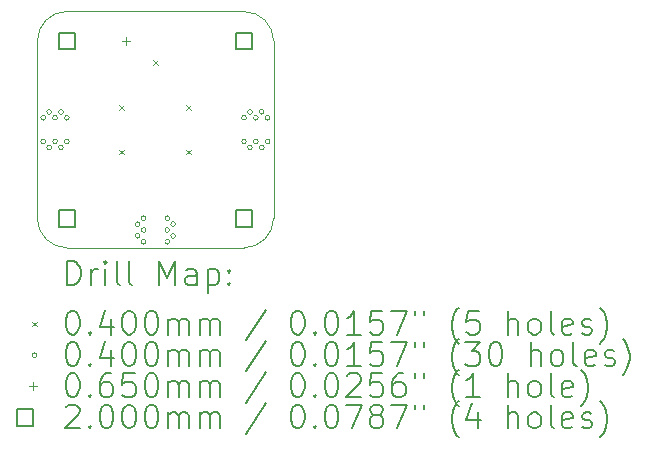
<source format=gbr>
%TF.GenerationSoftware,KiCad,Pcbnew,6.0.9+dfsg-1~bpo11+1*%
%TF.CreationDate,2022-11-07T08:13:34+01:00*%
%TF.ProjectId,012-prototype-board,3031322d-7072-46f7-946f-747970652d62,1*%
%TF.SameCoordinates,Original*%
%TF.FileFunction,Drillmap*%
%TF.FilePolarity,Positive*%
%FSLAX45Y45*%
G04 Gerber Fmt 4.5, Leading zero omitted, Abs format (unit mm)*
G04 Created by KiCad (PCBNEW 6.0.9+dfsg-1~bpo11+1) date 2022-11-07 08:13:34*
%MOMM*%
%LPD*%
G01*
G04 APERTURE LIST*
%ADD10C,0.100000*%
%ADD11C,0.200000*%
%ADD12C,0.040000*%
%ADD13C,0.065000*%
G04 APERTURE END LIST*
D10*
X15250000Y-7500000D02*
G75*
G03*
X15000000Y-7750000I0J-250000D01*
G01*
X15250000Y-7500000D02*
X16750000Y-7500000D01*
X17000000Y-7750000D02*
G75*
G03*
X16750000Y-7500000I-250000J0D01*
G01*
X15000000Y-9250000D02*
X15000000Y-7750000D01*
X15000000Y-9250000D02*
G75*
G03*
X15250000Y-9500000I250000J0D01*
G01*
X17000000Y-7750000D02*
X17000000Y-9250000D01*
X16750000Y-9500000D02*
G75*
G03*
X17000000Y-9250000I0J250000D01*
G01*
X16750000Y-9500000D02*
X15250000Y-9500000D01*
D11*
D12*
X15690000Y-8290000D02*
X15730000Y-8330000D01*
X15730000Y-8290000D02*
X15690000Y-8330000D01*
X15690000Y-8670000D02*
X15730000Y-8710000D01*
X15730000Y-8670000D02*
X15690000Y-8710000D01*
X15980000Y-7910000D02*
X16020000Y-7950000D01*
X16020000Y-7910000D02*
X15980000Y-7950000D01*
X16260000Y-8290000D02*
X16300000Y-8330000D01*
X16300000Y-8290000D02*
X16260000Y-8330000D01*
X16260000Y-8670000D02*
X16300000Y-8710000D01*
X16300000Y-8670000D02*
X16260000Y-8710000D01*
X15070000Y-8400000D02*
G75*
G03*
X15070000Y-8400000I-20000J0D01*
G01*
X15070000Y-8600000D02*
G75*
G03*
X15070000Y-8600000I-20000J0D01*
G01*
X15120000Y-8350000D02*
G75*
G03*
X15120000Y-8350000I-20000J0D01*
G01*
X15120000Y-8650000D02*
G75*
G03*
X15120000Y-8650000I-20000J0D01*
G01*
X15170000Y-8400000D02*
G75*
G03*
X15170000Y-8400000I-20000J0D01*
G01*
X15170000Y-8600000D02*
G75*
G03*
X15170000Y-8600000I-20000J0D01*
G01*
X15220000Y-8350000D02*
G75*
G03*
X15220000Y-8350000I-20000J0D01*
G01*
X15220000Y-8650000D02*
G75*
G03*
X15220000Y-8650000I-20000J0D01*
G01*
X15270000Y-8400000D02*
G75*
G03*
X15270000Y-8400000I-20000J0D01*
G01*
X15270000Y-8600000D02*
G75*
G03*
X15270000Y-8600000I-20000J0D01*
G01*
X15870000Y-9300000D02*
G75*
G03*
X15870000Y-9300000I-20000J0D01*
G01*
X15870000Y-9400000D02*
G75*
G03*
X15870000Y-9400000I-20000J0D01*
G01*
X15920000Y-9250000D02*
G75*
G03*
X15920000Y-9250000I-20000J0D01*
G01*
X15920000Y-9350000D02*
G75*
G03*
X15920000Y-9350000I-20000J0D01*
G01*
X15920000Y-9450000D02*
G75*
G03*
X15920000Y-9450000I-20000J0D01*
G01*
X16120000Y-9250000D02*
G75*
G03*
X16120000Y-9250000I-20000J0D01*
G01*
X16120000Y-9350000D02*
G75*
G03*
X16120000Y-9350000I-20000J0D01*
G01*
X16120000Y-9450000D02*
G75*
G03*
X16120000Y-9450000I-20000J0D01*
G01*
X16170000Y-9300000D02*
G75*
G03*
X16170000Y-9300000I-20000J0D01*
G01*
X16170000Y-9400000D02*
G75*
G03*
X16170000Y-9400000I-20000J0D01*
G01*
X16770000Y-8400000D02*
G75*
G03*
X16770000Y-8400000I-20000J0D01*
G01*
X16770000Y-8600000D02*
G75*
G03*
X16770000Y-8600000I-20000J0D01*
G01*
X16820000Y-8350000D02*
G75*
G03*
X16820000Y-8350000I-20000J0D01*
G01*
X16820000Y-8650000D02*
G75*
G03*
X16820000Y-8650000I-20000J0D01*
G01*
X16870000Y-8400000D02*
G75*
G03*
X16870000Y-8400000I-20000J0D01*
G01*
X16870000Y-8600000D02*
G75*
G03*
X16870000Y-8600000I-20000J0D01*
G01*
X16920000Y-8350000D02*
G75*
G03*
X16920000Y-8350000I-20000J0D01*
G01*
X16920000Y-8650000D02*
G75*
G03*
X16920000Y-8650000I-20000J0D01*
G01*
X16970000Y-8400000D02*
G75*
G03*
X16970000Y-8400000I-20000J0D01*
G01*
X16970000Y-8600000D02*
G75*
G03*
X16970000Y-8600000I-20000J0D01*
G01*
D13*
X15750000Y-7717500D02*
X15750000Y-7782500D01*
X15717500Y-7750000D02*
X15782500Y-7750000D01*
D11*
X15320711Y-7820711D02*
X15320711Y-7679289D01*
X15179289Y-7679289D01*
X15179289Y-7820711D01*
X15320711Y-7820711D01*
X15320711Y-9320711D02*
X15320711Y-9179289D01*
X15179289Y-9179289D01*
X15179289Y-9320711D01*
X15320711Y-9320711D01*
X16820711Y-7820711D02*
X16820711Y-7679289D01*
X16679289Y-7679289D01*
X16679289Y-7820711D01*
X16820711Y-7820711D01*
X16820711Y-9320711D02*
X16820711Y-9179289D01*
X16679289Y-9179289D01*
X16679289Y-9320711D01*
X16820711Y-9320711D01*
X15252619Y-9815476D02*
X15252619Y-9615476D01*
X15300238Y-9615476D01*
X15328809Y-9625000D01*
X15347857Y-9644048D01*
X15357381Y-9663095D01*
X15366905Y-9701190D01*
X15366905Y-9729762D01*
X15357381Y-9767857D01*
X15347857Y-9786905D01*
X15328809Y-9805952D01*
X15300238Y-9815476D01*
X15252619Y-9815476D01*
X15452619Y-9815476D02*
X15452619Y-9682143D01*
X15452619Y-9720238D02*
X15462143Y-9701190D01*
X15471667Y-9691667D01*
X15490714Y-9682143D01*
X15509762Y-9682143D01*
X15576428Y-9815476D02*
X15576428Y-9682143D01*
X15576428Y-9615476D02*
X15566905Y-9625000D01*
X15576428Y-9634524D01*
X15585952Y-9625000D01*
X15576428Y-9615476D01*
X15576428Y-9634524D01*
X15700238Y-9815476D02*
X15681190Y-9805952D01*
X15671667Y-9786905D01*
X15671667Y-9615476D01*
X15805000Y-9815476D02*
X15785952Y-9805952D01*
X15776428Y-9786905D01*
X15776428Y-9615476D01*
X16033571Y-9815476D02*
X16033571Y-9615476D01*
X16100238Y-9758333D01*
X16166905Y-9615476D01*
X16166905Y-9815476D01*
X16347857Y-9815476D02*
X16347857Y-9710714D01*
X16338333Y-9691667D01*
X16319286Y-9682143D01*
X16281190Y-9682143D01*
X16262143Y-9691667D01*
X16347857Y-9805952D02*
X16328809Y-9815476D01*
X16281190Y-9815476D01*
X16262143Y-9805952D01*
X16252619Y-9786905D01*
X16252619Y-9767857D01*
X16262143Y-9748810D01*
X16281190Y-9739286D01*
X16328809Y-9739286D01*
X16347857Y-9729762D01*
X16443095Y-9682143D02*
X16443095Y-9882143D01*
X16443095Y-9691667D02*
X16462143Y-9682143D01*
X16500238Y-9682143D01*
X16519286Y-9691667D01*
X16528809Y-9701190D01*
X16538333Y-9720238D01*
X16538333Y-9777381D01*
X16528809Y-9796429D01*
X16519286Y-9805952D01*
X16500238Y-9815476D01*
X16462143Y-9815476D01*
X16443095Y-9805952D01*
X16624048Y-9796429D02*
X16633571Y-9805952D01*
X16624048Y-9815476D01*
X16614524Y-9805952D01*
X16624048Y-9796429D01*
X16624048Y-9815476D01*
X16624048Y-9691667D02*
X16633571Y-9701190D01*
X16624048Y-9710714D01*
X16614524Y-9701190D01*
X16624048Y-9691667D01*
X16624048Y-9710714D01*
D12*
X14955000Y-10125000D02*
X14995000Y-10165000D01*
X14995000Y-10125000D02*
X14955000Y-10165000D01*
D11*
X15290714Y-10035476D02*
X15309762Y-10035476D01*
X15328809Y-10045000D01*
X15338333Y-10054524D01*
X15347857Y-10073571D01*
X15357381Y-10111667D01*
X15357381Y-10159286D01*
X15347857Y-10197381D01*
X15338333Y-10216429D01*
X15328809Y-10225952D01*
X15309762Y-10235476D01*
X15290714Y-10235476D01*
X15271667Y-10225952D01*
X15262143Y-10216429D01*
X15252619Y-10197381D01*
X15243095Y-10159286D01*
X15243095Y-10111667D01*
X15252619Y-10073571D01*
X15262143Y-10054524D01*
X15271667Y-10045000D01*
X15290714Y-10035476D01*
X15443095Y-10216429D02*
X15452619Y-10225952D01*
X15443095Y-10235476D01*
X15433571Y-10225952D01*
X15443095Y-10216429D01*
X15443095Y-10235476D01*
X15624048Y-10102143D02*
X15624048Y-10235476D01*
X15576428Y-10025952D02*
X15528809Y-10168810D01*
X15652619Y-10168810D01*
X15766905Y-10035476D02*
X15785952Y-10035476D01*
X15805000Y-10045000D01*
X15814524Y-10054524D01*
X15824048Y-10073571D01*
X15833571Y-10111667D01*
X15833571Y-10159286D01*
X15824048Y-10197381D01*
X15814524Y-10216429D01*
X15805000Y-10225952D01*
X15785952Y-10235476D01*
X15766905Y-10235476D01*
X15747857Y-10225952D01*
X15738333Y-10216429D01*
X15728809Y-10197381D01*
X15719286Y-10159286D01*
X15719286Y-10111667D01*
X15728809Y-10073571D01*
X15738333Y-10054524D01*
X15747857Y-10045000D01*
X15766905Y-10035476D01*
X15957381Y-10035476D02*
X15976428Y-10035476D01*
X15995476Y-10045000D01*
X16005000Y-10054524D01*
X16014524Y-10073571D01*
X16024048Y-10111667D01*
X16024048Y-10159286D01*
X16014524Y-10197381D01*
X16005000Y-10216429D01*
X15995476Y-10225952D01*
X15976428Y-10235476D01*
X15957381Y-10235476D01*
X15938333Y-10225952D01*
X15928809Y-10216429D01*
X15919286Y-10197381D01*
X15909762Y-10159286D01*
X15909762Y-10111667D01*
X15919286Y-10073571D01*
X15928809Y-10054524D01*
X15938333Y-10045000D01*
X15957381Y-10035476D01*
X16109762Y-10235476D02*
X16109762Y-10102143D01*
X16109762Y-10121190D02*
X16119286Y-10111667D01*
X16138333Y-10102143D01*
X16166905Y-10102143D01*
X16185952Y-10111667D01*
X16195476Y-10130714D01*
X16195476Y-10235476D01*
X16195476Y-10130714D02*
X16205000Y-10111667D01*
X16224048Y-10102143D01*
X16252619Y-10102143D01*
X16271667Y-10111667D01*
X16281190Y-10130714D01*
X16281190Y-10235476D01*
X16376428Y-10235476D02*
X16376428Y-10102143D01*
X16376428Y-10121190D02*
X16385952Y-10111667D01*
X16405000Y-10102143D01*
X16433571Y-10102143D01*
X16452619Y-10111667D01*
X16462143Y-10130714D01*
X16462143Y-10235476D01*
X16462143Y-10130714D02*
X16471667Y-10111667D01*
X16490714Y-10102143D01*
X16519286Y-10102143D01*
X16538333Y-10111667D01*
X16547857Y-10130714D01*
X16547857Y-10235476D01*
X16938333Y-10025952D02*
X16766905Y-10283095D01*
X17195476Y-10035476D02*
X17214524Y-10035476D01*
X17233571Y-10045000D01*
X17243095Y-10054524D01*
X17252619Y-10073571D01*
X17262143Y-10111667D01*
X17262143Y-10159286D01*
X17252619Y-10197381D01*
X17243095Y-10216429D01*
X17233571Y-10225952D01*
X17214524Y-10235476D01*
X17195476Y-10235476D01*
X17176429Y-10225952D01*
X17166905Y-10216429D01*
X17157381Y-10197381D01*
X17147857Y-10159286D01*
X17147857Y-10111667D01*
X17157381Y-10073571D01*
X17166905Y-10054524D01*
X17176429Y-10045000D01*
X17195476Y-10035476D01*
X17347857Y-10216429D02*
X17357381Y-10225952D01*
X17347857Y-10235476D01*
X17338333Y-10225952D01*
X17347857Y-10216429D01*
X17347857Y-10235476D01*
X17481190Y-10035476D02*
X17500238Y-10035476D01*
X17519286Y-10045000D01*
X17528810Y-10054524D01*
X17538333Y-10073571D01*
X17547857Y-10111667D01*
X17547857Y-10159286D01*
X17538333Y-10197381D01*
X17528810Y-10216429D01*
X17519286Y-10225952D01*
X17500238Y-10235476D01*
X17481190Y-10235476D01*
X17462143Y-10225952D01*
X17452619Y-10216429D01*
X17443095Y-10197381D01*
X17433571Y-10159286D01*
X17433571Y-10111667D01*
X17443095Y-10073571D01*
X17452619Y-10054524D01*
X17462143Y-10045000D01*
X17481190Y-10035476D01*
X17738333Y-10235476D02*
X17624048Y-10235476D01*
X17681190Y-10235476D02*
X17681190Y-10035476D01*
X17662143Y-10064048D01*
X17643095Y-10083095D01*
X17624048Y-10092619D01*
X17919286Y-10035476D02*
X17824048Y-10035476D01*
X17814524Y-10130714D01*
X17824048Y-10121190D01*
X17843095Y-10111667D01*
X17890714Y-10111667D01*
X17909762Y-10121190D01*
X17919286Y-10130714D01*
X17928810Y-10149762D01*
X17928810Y-10197381D01*
X17919286Y-10216429D01*
X17909762Y-10225952D01*
X17890714Y-10235476D01*
X17843095Y-10235476D01*
X17824048Y-10225952D01*
X17814524Y-10216429D01*
X17995476Y-10035476D02*
X18128810Y-10035476D01*
X18043095Y-10235476D01*
X18195476Y-10035476D02*
X18195476Y-10073571D01*
X18271667Y-10035476D02*
X18271667Y-10073571D01*
X18566905Y-10311667D02*
X18557381Y-10302143D01*
X18538333Y-10273571D01*
X18528810Y-10254524D01*
X18519286Y-10225952D01*
X18509762Y-10178333D01*
X18509762Y-10140238D01*
X18519286Y-10092619D01*
X18528810Y-10064048D01*
X18538333Y-10045000D01*
X18557381Y-10016429D01*
X18566905Y-10006905D01*
X18738333Y-10035476D02*
X18643095Y-10035476D01*
X18633571Y-10130714D01*
X18643095Y-10121190D01*
X18662143Y-10111667D01*
X18709762Y-10111667D01*
X18728810Y-10121190D01*
X18738333Y-10130714D01*
X18747857Y-10149762D01*
X18747857Y-10197381D01*
X18738333Y-10216429D01*
X18728810Y-10225952D01*
X18709762Y-10235476D01*
X18662143Y-10235476D01*
X18643095Y-10225952D01*
X18633571Y-10216429D01*
X18985952Y-10235476D02*
X18985952Y-10035476D01*
X19071667Y-10235476D02*
X19071667Y-10130714D01*
X19062143Y-10111667D01*
X19043095Y-10102143D01*
X19014524Y-10102143D01*
X18995476Y-10111667D01*
X18985952Y-10121190D01*
X19195476Y-10235476D02*
X19176429Y-10225952D01*
X19166905Y-10216429D01*
X19157381Y-10197381D01*
X19157381Y-10140238D01*
X19166905Y-10121190D01*
X19176429Y-10111667D01*
X19195476Y-10102143D01*
X19224048Y-10102143D01*
X19243095Y-10111667D01*
X19252619Y-10121190D01*
X19262143Y-10140238D01*
X19262143Y-10197381D01*
X19252619Y-10216429D01*
X19243095Y-10225952D01*
X19224048Y-10235476D01*
X19195476Y-10235476D01*
X19376429Y-10235476D02*
X19357381Y-10225952D01*
X19347857Y-10206905D01*
X19347857Y-10035476D01*
X19528810Y-10225952D02*
X19509762Y-10235476D01*
X19471667Y-10235476D01*
X19452619Y-10225952D01*
X19443095Y-10206905D01*
X19443095Y-10130714D01*
X19452619Y-10111667D01*
X19471667Y-10102143D01*
X19509762Y-10102143D01*
X19528810Y-10111667D01*
X19538333Y-10130714D01*
X19538333Y-10149762D01*
X19443095Y-10168810D01*
X19614524Y-10225952D02*
X19633571Y-10235476D01*
X19671667Y-10235476D01*
X19690714Y-10225952D01*
X19700238Y-10206905D01*
X19700238Y-10197381D01*
X19690714Y-10178333D01*
X19671667Y-10168810D01*
X19643095Y-10168810D01*
X19624048Y-10159286D01*
X19614524Y-10140238D01*
X19614524Y-10130714D01*
X19624048Y-10111667D01*
X19643095Y-10102143D01*
X19671667Y-10102143D01*
X19690714Y-10111667D01*
X19766905Y-10311667D02*
X19776429Y-10302143D01*
X19795476Y-10273571D01*
X19805000Y-10254524D01*
X19814524Y-10225952D01*
X19824048Y-10178333D01*
X19824048Y-10140238D01*
X19814524Y-10092619D01*
X19805000Y-10064048D01*
X19795476Y-10045000D01*
X19776429Y-10016429D01*
X19766905Y-10006905D01*
D12*
X14995000Y-10409000D02*
G75*
G03*
X14995000Y-10409000I-20000J0D01*
G01*
D11*
X15290714Y-10299476D02*
X15309762Y-10299476D01*
X15328809Y-10309000D01*
X15338333Y-10318524D01*
X15347857Y-10337571D01*
X15357381Y-10375667D01*
X15357381Y-10423286D01*
X15347857Y-10461381D01*
X15338333Y-10480429D01*
X15328809Y-10489952D01*
X15309762Y-10499476D01*
X15290714Y-10499476D01*
X15271667Y-10489952D01*
X15262143Y-10480429D01*
X15252619Y-10461381D01*
X15243095Y-10423286D01*
X15243095Y-10375667D01*
X15252619Y-10337571D01*
X15262143Y-10318524D01*
X15271667Y-10309000D01*
X15290714Y-10299476D01*
X15443095Y-10480429D02*
X15452619Y-10489952D01*
X15443095Y-10499476D01*
X15433571Y-10489952D01*
X15443095Y-10480429D01*
X15443095Y-10499476D01*
X15624048Y-10366143D02*
X15624048Y-10499476D01*
X15576428Y-10289952D02*
X15528809Y-10432810D01*
X15652619Y-10432810D01*
X15766905Y-10299476D02*
X15785952Y-10299476D01*
X15805000Y-10309000D01*
X15814524Y-10318524D01*
X15824048Y-10337571D01*
X15833571Y-10375667D01*
X15833571Y-10423286D01*
X15824048Y-10461381D01*
X15814524Y-10480429D01*
X15805000Y-10489952D01*
X15785952Y-10499476D01*
X15766905Y-10499476D01*
X15747857Y-10489952D01*
X15738333Y-10480429D01*
X15728809Y-10461381D01*
X15719286Y-10423286D01*
X15719286Y-10375667D01*
X15728809Y-10337571D01*
X15738333Y-10318524D01*
X15747857Y-10309000D01*
X15766905Y-10299476D01*
X15957381Y-10299476D02*
X15976428Y-10299476D01*
X15995476Y-10309000D01*
X16005000Y-10318524D01*
X16014524Y-10337571D01*
X16024048Y-10375667D01*
X16024048Y-10423286D01*
X16014524Y-10461381D01*
X16005000Y-10480429D01*
X15995476Y-10489952D01*
X15976428Y-10499476D01*
X15957381Y-10499476D01*
X15938333Y-10489952D01*
X15928809Y-10480429D01*
X15919286Y-10461381D01*
X15909762Y-10423286D01*
X15909762Y-10375667D01*
X15919286Y-10337571D01*
X15928809Y-10318524D01*
X15938333Y-10309000D01*
X15957381Y-10299476D01*
X16109762Y-10499476D02*
X16109762Y-10366143D01*
X16109762Y-10385190D02*
X16119286Y-10375667D01*
X16138333Y-10366143D01*
X16166905Y-10366143D01*
X16185952Y-10375667D01*
X16195476Y-10394714D01*
X16195476Y-10499476D01*
X16195476Y-10394714D02*
X16205000Y-10375667D01*
X16224048Y-10366143D01*
X16252619Y-10366143D01*
X16271667Y-10375667D01*
X16281190Y-10394714D01*
X16281190Y-10499476D01*
X16376428Y-10499476D02*
X16376428Y-10366143D01*
X16376428Y-10385190D02*
X16385952Y-10375667D01*
X16405000Y-10366143D01*
X16433571Y-10366143D01*
X16452619Y-10375667D01*
X16462143Y-10394714D01*
X16462143Y-10499476D01*
X16462143Y-10394714D02*
X16471667Y-10375667D01*
X16490714Y-10366143D01*
X16519286Y-10366143D01*
X16538333Y-10375667D01*
X16547857Y-10394714D01*
X16547857Y-10499476D01*
X16938333Y-10289952D02*
X16766905Y-10547095D01*
X17195476Y-10299476D02*
X17214524Y-10299476D01*
X17233571Y-10309000D01*
X17243095Y-10318524D01*
X17252619Y-10337571D01*
X17262143Y-10375667D01*
X17262143Y-10423286D01*
X17252619Y-10461381D01*
X17243095Y-10480429D01*
X17233571Y-10489952D01*
X17214524Y-10499476D01*
X17195476Y-10499476D01*
X17176429Y-10489952D01*
X17166905Y-10480429D01*
X17157381Y-10461381D01*
X17147857Y-10423286D01*
X17147857Y-10375667D01*
X17157381Y-10337571D01*
X17166905Y-10318524D01*
X17176429Y-10309000D01*
X17195476Y-10299476D01*
X17347857Y-10480429D02*
X17357381Y-10489952D01*
X17347857Y-10499476D01*
X17338333Y-10489952D01*
X17347857Y-10480429D01*
X17347857Y-10499476D01*
X17481190Y-10299476D02*
X17500238Y-10299476D01*
X17519286Y-10309000D01*
X17528810Y-10318524D01*
X17538333Y-10337571D01*
X17547857Y-10375667D01*
X17547857Y-10423286D01*
X17538333Y-10461381D01*
X17528810Y-10480429D01*
X17519286Y-10489952D01*
X17500238Y-10499476D01*
X17481190Y-10499476D01*
X17462143Y-10489952D01*
X17452619Y-10480429D01*
X17443095Y-10461381D01*
X17433571Y-10423286D01*
X17433571Y-10375667D01*
X17443095Y-10337571D01*
X17452619Y-10318524D01*
X17462143Y-10309000D01*
X17481190Y-10299476D01*
X17738333Y-10499476D02*
X17624048Y-10499476D01*
X17681190Y-10499476D02*
X17681190Y-10299476D01*
X17662143Y-10328048D01*
X17643095Y-10347095D01*
X17624048Y-10356619D01*
X17919286Y-10299476D02*
X17824048Y-10299476D01*
X17814524Y-10394714D01*
X17824048Y-10385190D01*
X17843095Y-10375667D01*
X17890714Y-10375667D01*
X17909762Y-10385190D01*
X17919286Y-10394714D01*
X17928810Y-10413762D01*
X17928810Y-10461381D01*
X17919286Y-10480429D01*
X17909762Y-10489952D01*
X17890714Y-10499476D01*
X17843095Y-10499476D01*
X17824048Y-10489952D01*
X17814524Y-10480429D01*
X17995476Y-10299476D02*
X18128810Y-10299476D01*
X18043095Y-10499476D01*
X18195476Y-10299476D02*
X18195476Y-10337571D01*
X18271667Y-10299476D02*
X18271667Y-10337571D01*
X18566905Y-10575667D02*
X18557381Y-10566143D01*
X18538333Y-10537571D01*
X18528810Y-10518524D01*
X18519286Y-10489952D01*
X18509762Y-10442333D01*
X18509762Y-10404238D01*
X18519286Y-10356619D01*
X18528810Y-10328048D01*
X18538333Y-10309000D01*
X18557381Y-10280429D01*
X18566905Y-10270905D01*
X18624048Y-10299476D02*
X18747857Y-10299476D01*
X18681190Y-10375667D01*
X18709762Y-10375667D01*
X18728810Y-10385190D01*
X18738333Y-10394714D01*
X18747857Y-10413762D01*
X18747857Y-10461381D01*
X18738333Y-10480429D01*
X18728810Y-10489952D01*
X18709762Y-10499476D01*
X18652619Y-10499476D01*
X18633571Y-10489952D01*
X18624048Y-10480429D01*
X18871667Y-10299476D02*
X18890714Y-10299476D01*
X18909762Y-10309000D01*
X18919286Y-10318524D01*
X18928810Y-10337571D01*
X18938333Y-10375667D01*
X18938333Y-10423286D01*
X18928810Y-10461381D01*
X18919286Y-10480429D01*
X18909762Y-10489952D01*
X18890714Y-10499476D01*
X18871667Y-10499476D01*
X18852619Y-10489952D01*
X18843095Y-10480429D01*
X18833571Y-10461381D01*
X18824048Y-10423286D01*
X18824048Y-10375667D01*
X18833571Y-10337571D01*
X18843095Y-10318524D01*
X18852619Y-10309000D01*
X18871667Y-10299476D01*
X19176429Y-10499476D02*
X19176429Y-10299476D01*
X19262143Y-10499476D02*
X19262143Y-10394714D01*
X19252619Y-10375667D01*
X19233571Y-10366143D01*
X19205000Y-10366143D01*
X19185952Y-10375667D01*
X19176429Y-10385190D01*
X19385952Y-10499476D02*
X19366905Y-10489952D01*
X19357381Y-10480429D01*
X19347857Y-10461381D01*
X19347857Y-10404238D01*
X19357381Y-10385190D01*
X19366905Y-10375667D01*
X19385952Y-10366143D01*
X19414524Y-10366143D01*
X19433571Y-10375667D01*
X19443095Y-10385190D01*
X19452619Y-10404238D01*
X19452619Y-10461381D01*
X19443095Y-10480429D01*
X19433571Y-10489952D01*
X19414524Y-10499476D01*
X19385952Y-10499476D01*
X19566905Y-10499476D02*
X19547857Y-10489952D01*
X19538333Y-10470905D01*
X19538333Y-10299476D01*
X19719286Y-10489952D02*
X19700238Y-10499476D01*
X19662143Y-10499476D01*
X19643095Y-10489952D01*
X19633571Y-10470905D01*
X19633571Y-10394714D01*
X19643095Y-10375667D01*
X19662143Y-10366143D01*
X19700238Y-10366143D01*
X19719286Y-10375667D01*
X19728810Y-10394714D01*
X19728810Y-10413762D01*
X19633571Y-10432810D01*
X19805000Y-10489952D02*
X19824048Y-10499476D01*
X19862143Y-10499476D01*
X19881190Y-10489952D01*
X19890714Y-10470905D01*
X19890714Y-10461381D01*
X19881190Y-10442333D01*
X19862143Y-10432810D01*
X19833571Y-10432810D01*
X19814524Y-10423286D01*
X19805000Y-10404238D01*
X19805000Y-10394714D01*
X19814524Y-10375667D01*
X19833571Y-10366143D01*
X19862143Y-10366143D01*
X19881190Y-10375667D01*
X19957381Y-10575667D02*
X19966905Y-10566143D01*
X19985952Y-10537571D01*
X19995476Y-10518524D01*
X20005000Y-10489952D01*
X20014524Y-10442333D01*
X20014524Y-10404238D01*
X20005000Y-10356619D01*
X19995476Y-10328048D01*
X19985952Y-10309000D01*
X19966905Y-10280429D01*
X19957381Y-10270905D01*
D13*
X14962500Y-10640500D02*
X14962500Y-10705500D01*
X14930000Y-10673000D02*
X14995000Y-10673000D01*
D11*
X15290714Y-10563476D02*
X15309762Y-10563476D01*
X15328809Y-10573000D01*
X15338333Y-10582524D01*
X15347857Y-10601571D01*
X15357381Y-10639667D01*
X15357381Y-10687286D01*
X15347857Y-10725381D01*
X15338333Y-10744429D01*
X15328809Y-10753952D01*
X15309762Y-10763476D01*
X15290714Y-10763476D01*
X15271667Y-10753952D01*
X15262143Y-10744429D01*
X15252619Y-10725381D01*
X15243095Y-10687286D01*
X15243095Y-10639667D01*
X15252619Y-10601571D01*
X15262143Y-10582524D01*
X15271667Y-10573000D01*
X15290714Y-10563476D01*
X15443095Y-10744429D02*
X15452619Y-10753952D01*
X15443095Y-10763476D01*
X15433571Y-10753952D01*
X15443095Y-10744429D01*
X15443095Y-10763476D01*
X15624048Y-10563476D02*
X15585952Y-10563476D01*
X15566905Y-10573000D01*
X15557381Y-10582524D01*
X15538333Y-10611095D01*
X15528809Y-10649190D01*
X15528809Y-10725381D01*
X15538333Y-10744429D01*
X15547857Y-10753952D01*
X15566905Y-10763476D01*
X15605000Y-10763476D01*
X15624048Y-10753952D01*
X15633571Y-10744429D01*
X15643095Y-10725381D01*
X15643095Y-10677762D01*
X15633571Y-10658714D01*
X15624048Y-10649190D01*
X15605000Y-10639667D01*
X15566905Y-10639667D01*
X15547857Y-10649190D01*
X15538333Y-10658714D01*
X15528809Y-10677762D01*
X15824048Y-10563476D02*
X15728809Y-10563476D01*
X15719286Y-10658714D01*
X15728809Y-10649190D01*
X15747857Y-10639667D01*
X15795476Y-10639667D01*
X15814524Y-10649190D01*
X15824048Y-10658714D01*
X15833571Y-10677762D01*
X15833571Y-10725381D01*
X15824048Y-10744429D01*
X15814524Y-10753952D01*
X15795476Y-10763476D01*
X15747857Y-10763476D01*
X15728809Y-10753952D01*
X15719286Y-10744429D01*
X15957381Y-10563476D02*
X15976428Y-10563476D01*
X15995476Y-10573000D01*
X16005000Y-10582524D01*
X16014524Y-10601571D01*
X16024048Y-10639667D01*
X16024048Y-10687286D01*
X16014524Y-10725381D01*
X16005000Y-10744429D01*
X15995476Y-10753952D01*
X15976428Y-10763476D01*
X15957381Y-10763476D01*
X15938333Y-10753952D01*
X15928809Y-10744429D01*
X15919286Y-10725381D01*
X15909762Y-10687286D01*
X15909762Y-10639667D01*
X15919286Y-10601571D01*
X15928809Y-10582524D01*
X15938333Y-10573000D01*
X15957381Y-10563476D01*
X16109762Y-10763476D02*
X16109762Y-10630143D01*
X16109762Y-10649190D02*
X16119286Y-10639667D01*
X16138333Y-10630143D01*
X16166905Y-10630143D01*
X16185952Y-10639667D01*
X16195476Y-10658714D01*
X16195476Y-10763476D01*
X16195476Y-10658714D02*
X16205000Y-10639667D01*
X16224048Y-10630143D01*
X16252619Y-10630143D01*
X16271667Y-10639667D01*
X16281190Y-10658714D01*
X16281190Y-10763476D01*
X16376428Y-10763476D02*
X16376428Y-10630143D01*
X16376428Y-10649190D02*
X16385952Y-10639667D01*
X16405000Y-10630143D01*
X16433571Y-10630143D01*
X16452619Y-10639667D01*
X16462143Y-10658714D01*
X16462143Y-10763476D01*
X16462143Y-10658714D02*
X16471667Y-10639667D01*
X16490714Y-10630143D01*
X16519286Y-10630143D01*
X16538333Y-10639667D01*
X16547857Y-10658714D01*
X16547857Y-10763476D01*
X16938333Y-10553952D02*
X16766905Y-10811095D01*
X17195476Y-10563476D02*
X17214524Y-10563476D01*
X17233571Y-10573000D01*
X17243095Y-10582524D01*
X17252619Y-10601571D01*
X17262143Y-10639667D01*
X17262143Y-10687286D01*
X17252619Y-10725381D01*
X17243095Y-10744429D01*
X17233571Y-10753952D01*
X17214524Y-10763476D01*
X17195476Y-10763476D01*
X17176429Y-10753952D01*
X17166905Y-10744429D01*
X17157381Y-10725381D01*
X17147857Y-10687286D01*
X17147857Y-10639667D01*
X17157381Y-10601571D01*
X17166905Y-10582524D01*
X17176429Y-10573000D01*
X17195476Y-10563476D01*
X17347857Y-10744429D02*
X17357381Y-10753952D01*
X17347857Y-10763476D01*
X17338333Y-10753952D01*
X17347857Y-10744429D01*
X17347857Y-10763476D01*
X17481190Y-10563476D02*
X17500238Y-10563476D01*
X17519286Y-10573000D01*
X17528810Y-10582524D01*
X17538333Y-10601571D01*
X17547857Y-10639667D01*
X17547857Y-10687286D01*
X17538333Y-10725381D01*
X17528810Y-10744429D01*
X17519286Y-10753952D01*
X17500238Y-10763476D01*
X17481190Y-10763476D01*
X17462143Y-10753952D01*
X17452619Y-10744429D01*
X17443095Y-10725381D01*
X17433571Y-10687286D01*
X17433571Y-10639667D01*
X17443095Y-10601571D01*
X17452619Y-10582524D01*
X17462143Y-10573000D01*
X17481190Y-10563476D01*
X17624048Y-10582524D02*
X17633571Y-10573000D01*
X17652619Y-10563476D01*
X17700238Y-10563476D01*
X17719286Y-10573000D01*
X17728810Y-10582524D01*
X17738333Y-10601571D01*
X17738333Y-10620619D01*
X17728810Y-10649190D01*
X17614524Y-10763476D01*
X17738333Y-10763476D01*
X17919286Y-10563476D02*
X17824048Y-10563476D01*
X17814524Y-10658714D01*
X17824048Y-10649190D01*
X17843095Y-10639667D01*
X17890714Y-10639667D01*
X17909762Y-10649190D01*
X17919286Y-10658714D01*
X17928810Y-10677762D01*
X17928810Y-10725381D01*
X17919286Y-10744429D01*
X17909762Y-10753952D01*
X17890714Y-10763476D01*
X17843095Y-10763476D01*
X17824048Y-10753952D01*
X17814524Y-10744429D01*
X18100238Y-10563476D02*
X18062143Y-10563476D01*
X18043095Y-10573000D01*
X18033571Y-10582524D01*
X18014524Y-10611095D01*
X18005000Y-10649190D01*
X18005000Y-10725381D01*
X18014524Y-10744429D01*
X18024048Y-10753952D01*
X18043095Y-10763476D01*
X18081190Y-10763476D01*
X18100238Y-10753952D01*
X18109762Y-10744429D01*
X18119286Y-10725381D01*
X18119286Y-10677762D01*
X18109762Y-10658714D01*
X18100238Y-10649190D01*
X18081190Y-10639667D01*
X18043095Y-10639667D01*
X18024048Y-10649190D01*
X18014524Y-10658714D01*
X18005000Y-10677762D01*
X18195476Y-10563476D02*
X18195476Y-10601571D01*
X18271667Y-10563476D02*
X18271667Y-10601571D01*
X18566905Y-10839667D02*
X18557381Y-10830143D01*
X18538333Y-10801571D01*
X18528810Y-10782524D01*
X18519286Y-10753952D01*
X18509762Y-10706333D01*
X18509762Y-10668238D01*
X18519286Y-10620619D01*
X18528810Y-10592048D01*
X18538333Y-10573000D01*
X18557381Y-10544429D01*
X18566905Y-10534905D01*
X18747857Y-10763476D02*
X18633571Y-10763476D01*
X18690714Y-10763476D02*
X18690714Y-10563476D01*
X18671667Y-10592048D01*
X18652619Y-10611095D01*
X18633571Y-10620619D01*
X18985952Y-10763476D02*
X18985952Y-10563476D01*
X19071667Y-10763476D02*
X19071667Y-10658714D01*
X19062143Y-10639667D01*
X19043095Y-10630143D01*
X19014524Y-10630143D01*
X18995476Y-10639667D01*
X18985952Y-10649190D01*
X19195476Y-10763476D02*
X19176429Y-10753952D01*
X19166905Y-10744429D01*
X19157381Y-10725381D01*
X19157381Y-10668238D01*
X19166905Y-10649190D01*
X19176429Y-10639667D01*
X19195476Y-10630143D01*
X19224048Y-10630143D01*
X19243095Y-10639667D01*
X19252619Y-10649190D01*
X19262143Y-10668238D01*
X19262143Y-10725381D01*
X19252619Y-10744429D01*
X19243095Y-10753952D01*
X19224048Y-10763476D01*
X19195476Y-10763476D01*
X19376429Y-10763476D02*
X19357381Y-10753952D01*
X19347857Y-10734905D01*
X19347857Y-10563476D01*
X19528810Y-10753952D02*
X19509762Y-10763476D01*
X19471667Y-10763476D01*
X19452619Y-10753952D01*
X19443095Y-10734905D01*
X19443095Y-10658714D01*
X19452619Y-10639667D01*
X19471667Y-10630143D01*
X19509762Y-10630143D01*
X19528810Y-10639667D01*
X19538333Y-10658714D01*
X19538333Y-10677762D01*
X19443095Y-10696810D01*
X19605000Y-10839667D02*
X19614524Y-10830143D01*
X19633571Y-10801571D01*
X19643095Y-10782524D01*
X19652619Y-10753952D01*
X19662143Y-10706333D01*
X19662143Y-10668238D01*
X19652619Y-10620619D01*
X19643095Y-10592048D01*
X19633571Y-10573000D01*
X19614524Y-10544429D01*
X19605000Y-10534905D01*
X14965711Y-11007711D02*
X14965711Y-10866289D01*
X14824289Y-10866289D01*
X14824289Y-11007711D01*
X14965711Y-11007711D01*
X15243095Y-10846524D02*
X15252619Y-10837000D01*
X15271667Y-10827476D01*
X15319286Y-10827476D01*
X15338333Y-10837000D01*
X15347857Y-10846524D01*
X15357381Y-10865571D01*
X15357381Y-10884619D01*
X15347857Y-10913190D01*
X15233571Y-11027476D01*
X15357381Y-11027476D01*
X15443095Y-11008429D02*
X15452619Y-11017952D01*
X15443095Y-11027476D01*
X15433571Y-11017952D01*
X15443095Y-11008429D01*
X15443095Y-11027476D01*
X15576428Y-10827476D02*
X15595476Y-10827476D01*
X15614524Y-10837000D01*
X15624048Y-10846524D01*
X15633571Y-10865571D01*
X15643095Y-10903667D01*
X15643095Y-10951286D01*
X15633571Y-10989381D01*
X15624048Y-11008429D01*
X15614524Y-11017952D01*
X15595476Y-11027476D01*
X15576428Y-11027476D01*
X15557381Y-11017952D01*
X15547857Y-11008429D01*
X15538333Y-10989381D01*
X15528809Y-10951286D01*
X15528809Y-10903667D01*
X15538333Y-10865571D01*
X15547857Y-10846524D01*
X15557381Y-10837000D01*
X15576428Y-10827476D01*
X15766905Y-10827476D02*
X15785952Y-10827476D01*
X15805000Y-10837000D01*
X15814524Y-10846524D01*
X15824048Y-10865571D01*
X15833571Y-10903667D01*
X15833571Y-10951286D01*
X15824048Y-10989381D01*
X15814524Y-11008429D01*
X15805000Y-11017952D01*
X15785952Y-11027476D01*
X15766905Y-11027476D01*
X15747857Y-11017952D01*
X15738333Y-11008429D01*
X15728809Y-10989381D01*
X15719286Y-10951286D01*
X15719286Y-10903667D01*
X15728809Y-10865571D01*
X15738333Y-10846524D01*
X15747857Y-10837000D01*
X15766905Y-10827476D01*
X15957381Y-10827476D02*
X15976428Y-10827476D01*
X15995476Y-10837000D01*
X16005000Y-10846524D01*
X16014524Y-10865571D01*
X16024048Y-10903667D01*
X16024048Y-10951286D01*
X16014524Y-10989381D01*
X16005000Y-11008429D01*
X15995476Y-11017952D01*
X15976428Y-11027476D01*
X15957381Y-11027476D01*
X15938333Y-11017952D01*
X15928809Y-11008429D01*
X15919286Y-10989381D01*
X15909762Y-10951286D01*
X15909762Y-10903667D01*
X15919286Y-10865571D01*
X15928809Y-10846524D01*
X15938333Y-10837000D01*
X15957381Y-10827476D01*
X16109762Y-11027476D02*
X16109762Y-10894143D01*
X16109762Y-10913190D02*
X16119286Y-10903667D01*
X16138333Y-10894143D01*
X16166905Y-10894143D01*
X16185952Y-10903667D01*
X16195476Y-10922714D01*
X16195476Y-11027476D01*
X16195476Y-10922714D02*
X16205000Y-10903667D01*
X16224048Y-10894143D01*
X16252619Y-10894143D01*
X16271667Y-10903667D01*
X16281190Y-10922714D01*
X16281190Y-11027476D01*
X16376428Y-11027476D02*
X16376428Y-10894143D01*
X16376428Y-10913190D02*
X16385952Y-10903667D01*
X16405000Y-10894143D01*
X16433571Y-10894143D01*
X16452619Y-10903667D01*
X16462143Y-10922714D01*
X16462143Y-11027476D01*
X16462143Y-10922714D02*
X16471667Y-10903667D01*
X16490714Y-10894143D01*
X16519286Y-10894143D01*
X16538333Y-10903667D01*
X16547857Y-10922714D01*
X16547857Y-11027476D01*
X16938333Y-10817952D02*
X16766905Y-11075095D01*
X17195476Y-10827476D02*
X17214524Y-10827476D01*
X17233571Y-10837000D01*
X17243095Y-10846524D01*
X17252619Y-10865571D01*
X17262143Y-10903667D01*
X17262143Y-10951286D01*
X17252619Y-10989381D01*
X17243095Y-11008429D01*
X17233571Y-11017952D01*
X17214524Y-11027476D01*
X17195476Y-11027476D01*
X17176429Y-11017952D01*
X17166905Y-11008429D01*
X17157381Y-10989381D01*
X17147857Y-10951286D01*
X17147857Y-10903667D01*
X17157381Y-10865571D01*
X17166905Y-10846524D01*
X17176429Y-10837000D01*
X17195476Y-10827476D01*
X17347857Y-11008429D02*
X17357381Y-11017952D01*
X17347857Y-11027476D01*
X17338333Y-11017952D01*
X17347857Y-11008429D01*
X17347857Y-11027476D01*
X17481190Y-10827476D02*
X17500238Y-10827476D01*
X17519286Y-10837000D01*
X17528810Y-10846524D01*
X17538333Y-10865571D01*
X17547857Y-10903667D01*
X17547857Y-10951286D01*
X17538333Y-10989381D01*
X17528810Y-11008429D01*
X17519286Y-11017952D01*
X17500238Y-11027476D01*
X17481190Y-11027476D01*
X17462143Y-11017952D01*
X17452619Y-11008429D01*
X17443095Y-10989381D01*
X17433571Y-10951286D01*
X17433571Y-10903667D01*
X17443095Y-10865571D01*
X17452619Y-10846524D01*
X17462143Y-10837000D01*
X17481190Y-10827476D01*
X17614524Y-10827476D02*
X17747857Y-10827476D01*
X17662143Y-11027476D01*
X17852619Y-10913190D02*
X17833571Y-10903667D01*
X17824048Y-10894143D01*
X17814524Y-10875095D01*
X17814524Y-10865571D01*
X17824048Y-10846524D01*
X17833571Y-10837000D01*
X17852619Y-10827476D01*
X17890714Y-10827476D01*
X17909762Y-10837000D01*
X17919286Y-10846524D01*
X17928810Y-10865571D01*
X17928810Y-10875095D01*
X17919286Y-10894143D01*
X17909762Y-10903667D01*
X17890714Y-10913190D01*
X17852619Y-10913190D01*
X17833571Y-10922714D01*
X17824048Y-10932238D01*
X17814524Y-10951286D01*
X17814524Y-10989381D01*
X17824048Y-11008429D01*
X17833571Y-11017952D01*
X17852619Y-11027476D01*
X17890714Y-11027476D01*
X17909762Y-11017952D01*
X17919286Y-11008429D01*
X17928810Y-10989381D01*
X17928810Y-10951286D01*
X17919286Y-10932238D01*
X17909762Y-10922714D01*
X17890714Y-10913190D01*
X17995476Y-10827476D02*
X18128810Y-10827476D01*
X18043095Y-11027476D01*
X18195476Y-10827476D02*
X18195476Y-10865571D01*
X18271667Y-10827476D02*
X18271667Y-10865571D01*
X18566905Y-11103667D02*
X18557381Y-11094143D01*
X18538333Y-11065571D01*
X18528810Y-11046524D01*
X18519286Y-11017952D01*
X18509762Y-10970333D01*
X18509762Y-10932238D01*
X18519286Y-10884619D01*
X18528810Y-10856048D01*
X18538333Y-10837000D01*
X18557381Y-10808429D01*
X18566905Y-10798905D01*
X18728810Y-10894143D02*
X18728810Y-11027476D01*
X18681190Y-10817952D02*
X18633571Y-10960810D01*
X18757381Y-10960810D01*
X18985952Y-11027476D02*
X18985952Y-10827476D01*
X19071667Y-11027476D02*
X19071667Y-10922714D01*
X19062143Y-10903667D01*
X19043095Y-10894143D01*
X19014524Y-10894143D01*
X18995476Y-10903667D01*
X18985952Y-10913190D01*
X19195476Y-11027476D02*
X19176429Y-11017952D01*
X19166905Y-11008429D01*
X19157381Y-10989381D01*
X19157381Y-10932238D01*
X19166905Y-10913190D01*
X19176429Y-10903667D01*
X19195476Y-10894143D01*
X19224048Y-10894143D01*
X19243095Y-10903667D01*
X19252619Y-10913190D01*
X19262143Y-10932238D01*
X19262143Y-10989381D01*
X19252619Y-11008429D01*
X19243095Y-11017952D01*
X19224048Y-11027476D01*
X19195476Y-11027476D01*
X19376429Y-11027476D02*
X19357381Y-11017952D01*
X19347857Y-10998905D01*
X19347857Y-10827476D01*
X19528810Y-11017952D02*
X19509762Y-11027476D01*
X19471667Y-11027476D01*
X19452619Y-11017952D01*
X19443095Y-10998905D01*
X19443095Y-10922714D01*
X19452619Y-10903667D01*
X19471667Y-10894143D01*
X19509762Y-10894143D01*
X19528810Y-10903667D01*
X19538333Y-10922714D01*
X19538333Y-10941762D01*
X19443095Y-10960810D01*
X19614524Y-11017952D02*
X19633571Y-11027476D01*
X19671667Y-11027476D01*
X19690714Y-11017952D01*
X19700238Y-10998905D01*
X19700238Y-10989381D01*
X19690714Y-10970333D01*
X19671667Y-10960810D01*
X19643095Y-10960810D01*
X19624048Y-10951286D01*
X19614524Y-10932238D01*
X19614524Y-10922714D01*
X19624048Y-10903667D01*
X19643095Y-10894143D01*
X19671667Y-10894143D01*
X19690714Y-10903667D01*
X19766905Y-11103667D02*
X19776429Y-11094143D01*
X19795476Y-11065571D01*
X19805000Y-11046524D01*
X19814524Y-11017952D01*
X19824048Y-10970333D01*
X19824048Y-10932238D01*
X19814524Y-10884619D01*
X19805000Y-10856048D01*
X19795476Y-10837000D01*
X19776429Y-10808429D01*
X19766905Y-10798905D01*
M02*

</source>
